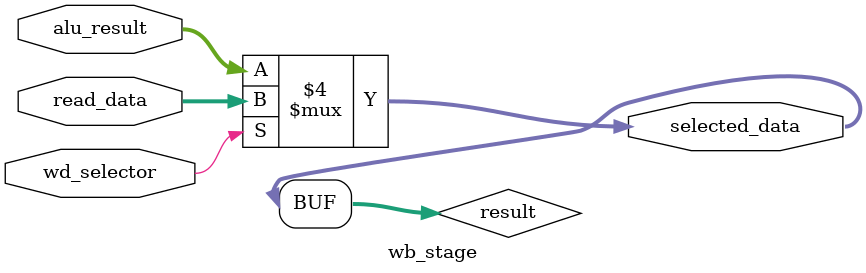
<source format=sv>
/**
 * Write Back Stage.
 *
 * Parameters:
 *     N             - number of bits.
 *
 * Inputs:
 * 	 wd_selector   - data to write in the register.
 *     read_data     - read data from memory.
 *     alu_result    - result from ALU.
 *
 * Outputs:
 *     selected_data - selected data.
 *
 */
module wb_stage #(parameter N=32)
				     (input  logic         wd_selector,
					   input  logic [N-1:0] read_data, alu_result,
				      output logic [N-1:0] selected_data);

	// Var to save result
	logic [N-1:0] result;
	
	always_comb begin
		if (wd_selector == 1'b0) begin
			result <= alu_result;
		end
		else begin
			result <= read_data;
		end
	end
	
	assign selected_data = result;

endmodule // wb_stage

</source>
